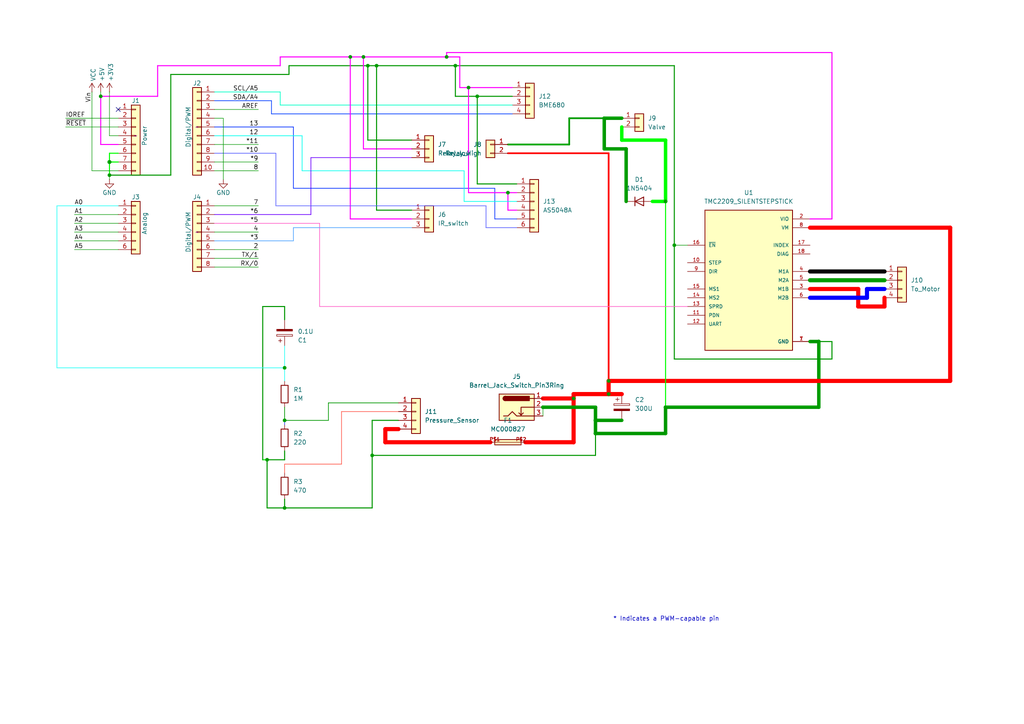
<source format=kicad_sch>
(kicad_sch (version 20250114) (generator "eeschema") (generator_version "9.0")
  (paper "A4")
  (title_block (date "mar. 31 mars 2015"))
  (lib_symbols
    (symbol "Connector:Barrel_Jack_Switch_Pin3Ring" (pin_names (hide yes))
      (property "Reference" "J" (at 0 5.334 0))
      (property "Value" "Barrel_Jack_Switch_Pin3Ring" (at 0 -5.08 0))
      (symbol "Barrel_Jack_Switch_Pin3Ring_0_1"
        (rectangle (start -5.08 3.81) (end 5.08 -3.81) (stroke (width 0.254)) (fill (type background)))
        (polyline (pts (xy -3.81 -2.54) (xy -2.54 -2.54) (xy -1.27 -1.27) (xy 0 -2.54) (xy 2.54 -2.54) (xy 5.08 -2.54)) (stroke (width 0.254)))
        (arc (start -3.302 1.905) (mid -3.9343 2.54) (end -3.302 3.175) (stroke (width 0.254)))
        (arc (start -3.302 1.905) (mid -3.9343 2.54) (end -3.302 3.175) (stroke (width 0.254)) (fill (type outline)))
        (polyline (pts (xy 1.27 -2.286) (xy 1.905 -1.651)) (stroke (width 0.254)))
        (rectangle (start 3.683 3.175) (end -3.302 1.905) (stroke (width 0.254)) (fill (type outline)))
        (polyline (pts (xy 5.08 2.54) (xy 3.81 2.54)) (stroke (width 0.254)))
        (polyline (pts (xy 5.08 0) (xy 1.27 0) (xy 1.27 -2.286) (xy 0.635 -1.651)) (stroke (width 0.254)))
      )
      (symbol "Barrel_Jack_Switch_Pin3Ring_1_1"
        (pin passive line (at 7.62 2.54 180) (length 2.54) (name "~") (number "1"))
        (pin passive line (at 7.62 0 180) (length 2.54) (name "~") (number "2"))
        (pin passive line (at 7.62 -2.54 180) (length 2.54) (name "~") (number "3"))
      )
    )
    (symbol "Connector_Generic:Conn_01x02" (pin_names (offset 1.016) (hide yes))
      (property "Reference" "J" (at 0 2.54 0))
      (property "Value" "Conn_01x02" (at 0 -5.08 0))
      (symbol "Conn_01x02_1_1"
        (rectangle (start -1.27 1.27) (end 1.27 -3.81) (stroke (width 0.254)) (fill (type background)))
        (rectangle (start -1.27 0.127) (end 0 -0.127) (stroke (width 0.1524)))
        (rectangle (start -1.27 -2.413) (end 0 -2.667) (stroke (width 0.1524)))
        (pin passive line (at -5.08 0 0) (length 3.81) (name "Pin_1") (number "1"))
        (pin passive line (at -5.08 -2.54 0) (length 3.81) (name "Pin_2") (number "2"))
      )
    )
    (symbol "Connector_Generic:Conn_01x03" (pin_names (offset 1.016) (hide yes))
      (property "Reference" "J" (at 0 5.08 0))
      (property "Value" "Conn_01x03" (at 0 -5.08 0))
      (symbol "Conn_01x03_1_1"
        (rectangle (start -1.27 3.81) (end 1.27 -3.81) (stroke (width 0.254)) (fill (type background)))
        (rectangle (start -1.27 2.667) (end 0 2.413) (stroke (width 0.1524)))
        (rectangle (start -1.27 0.127) (end 0 -0.127) (stroke (width 0.1524)))
        (rectangle (start -1.27 -2.413) (end 0 -2.667) (stroke (width 0.1524)))
        (pin passive line (at -5.08 2.54 0) (length 3.81) (name "Pin_1") (number "1"))
        (pin passive line (at -5.08 0 0) (length 3.81) (name "Pin_2") (number "2"))
        (pin passive line (at -5.08 -2.54 0) (length 3.81) (name "Pin_3") (number "3"))
      )
    )
    (symbol "Connector_Generic:Conn_01x04" (pin_names (offset 1.016) (hide yes))
      (property "Reference" "J" (at 0 5.08 0))
      (property "Value" "Conn_01x04" (at 0 -7.62 0))
      (symbol "Conn_01x04_1_1"
        (rectangle (start -1.27 3.81) (end 1.27 -6.35) (stroke (width 0.254)) (fill (type background)))
        (rectangle (start -1.27 2.667) (end 0 2.413) (stroke (width 0.1524)))
        (rectangle (start -1.27 0.127) (end 0 -0.127) (stroke (width 0.1524)))
        (rectangle (start -1.27 -2.413) (end 0 -2.667) (stroke (width 0.1524)))
        (rectangle (start -1.27 -4.953) (end 0 -5.207) (stroke (width 0.1524)))
        (pin passive line (at -5.08 2.54 0) (length 3.81) (name "Pin_1") (number "1"))
        (pin passive line (at -5.08 0 0) (length 3.81) (name "Pin_2") (number "2"))
        (pin passive line (at -5.08 -2.54 0) (length 3.81) (name "Pin_3") (number "3"))
        (pin passive line (at -5.08 -5.08 0) (length 3.81) (name "Pin_4") (number "4"))
      )
    )
    (symbol "Connector_Generic:Conn_01x06" (pin_names (offset 1.016) (hide yes))
      (property "Reference" "J" (at 0 7.62 0))
      (property "Value" "Conn_01x06" (at 0 -10.16 0))
      (symbol "Conn_01x06_1_1"
        (rectangle (start -1.27 6.35) (end 1.27 -8.89) (stroke (width 0.254)) (fill (type background)))
        (rectangle (start -1.27 5.207) (end 0 4.953) (stroke (width 0.1524)))
        (rectangle (start -1.27 2.667) (end 0 2.413) (stroke (width 0.1524)))
        (rectangle (start -1.27 0.127) (end 0 -0.127) (stroke (width 0.1524)))
        (rectangle (start -1.27 -2.413) (end 0 -2.667) (stroke (width 0.1524)))
        (rectangle (start -1.27 -4.953) (end 0 -5.207) (stroke (width 0.1524)))
        (rectangle (start -1.27 -7.493) (end 0 -7.747) (stroke (width 0.1524)))
        (pin passive line (at -5.08 5.08 0) (length 3.81) (name "Pin_1") (number "1"))
        (pin passive line (at -5.08 2.54 0) (length 3.81) (name "Pin_2") (number "2"))
        (pin passive line (at -5.08 0 0) (length 3.81) (name "Pin_3") (number "3"))
        (pin passive line (at -5.08 -2.54 0) (length 3.81) (name "Pin_4") (number "4"))
        (pin passive line (at -5.08 -5.08 0) (length 3.81) (name "Pin_5") (number "5"))
        (pin passive line (at -5.08 -7.62 0) (length 3.81) (name "Pin_6") (number "6"))
      )
    )
    (symbol "Connector_Generic:Conn_01x08" (pin_names (offset 1.016) (hide yes))
      (property "Reference" "J" (at 0 10.16 0))
      (property "Value" "Conn_01x08" (at 0 -12.7 0))
      (symbol "Conn_01x08_1_1"
        (rectangle (start -1.27 8.89) (end 1.27 -11.43) (stroke (width 0.254)) (fill (type background)))
        (rectangle (start -1.27 7.747) (end 0 7.493) (stroke (width 0.1524)))
        (rectangle (start -1.27 5.207) (end 0 4.953) (stroke (width 0.1524)))
        (rectangle (start -1.27 2.667) (end 0 2.413) (stroke (width 0.1524)))
        (rectangle (start -1.27 0.127) (end 0 -0.127) (stroke (width 0.1524)))
        (rectangle (start -1.27 -2.413) (end 0 -2.667) (stroke (width 0.1524)))
        (rectangle (start -1.27 -4.953) (end 0 -5.207) (stroke (width 0.1524)))
        (rectangle (start -1.27 -7.493) (end 0 -7.747) (stroke (width 0.1524)))
        (rectangle (start -1.27 -10.033) (end 0 -10.287) (stroke (width 0.1524)))
        (pin passive line (at -5.08 7.62 0) (length 3.81) (name "Pin_1") (number "1"))
        (pin passive line (at -5.08 5.08 0) (length 3.81) (name "Pin_2") (number "2"))
        (pin passive line (at -5.08 2.54 0) (length 3.81) (name "Pin_3") (number "3"))
        (pin passive line (at -5.08 0 0) (length 3.81) (name "Pin_4") (number "4"))
        (pin passive line (at -5.08 -2.54 0) (length 3.81) (name "Pin_5") (number "5"))
        (pin passive line (at -5.08 -5.08 0) (length 3.81) (name "Pin_6") (number "6"))
        (pin passive line (at -5.08 -7.62 0) (length 3.81) (name "Pin_7") (number "7"))
        (pin passive line (at -5.08 -10.16 0) (length 3.81) (name "Pin_8") (number "8"))
      )
    )
    (symbol "Connector_Generic:Conn_01x10" (pin_names (offset 1.016) (hide yes))
      (property "Reference" "J" (at 0 12.7 0))
      (property "Value" "Conn_01x10" (at 0 -15.24 0))
      (symbol "Conn_01x10_1_1"
        (rectangle (start -1.27 11.43) (end 1.27 -13.97) (stroke (width 0.254)) (fill (type background)))
        (rectangle (start -1.27 10.287) (end 0 10.033) (stroke (width 0.1524)))
        (rectangle (start -1.27 7.747) (end 0 7.493) (stroke (width 0.1524)))
        (rectangle (start -1.27 5.207) (end 0 4.953) (stroke (width 0.1524)))
        (rectangle (start -1.27 2.667) (end 0 2.413) (stroke (width 0.1524)))
        (rectangle (start -1.27 0.127) (end 0 -0.127) (stroke (width 0.1524)))
        (rectangle (start -1.27 -2.413) (end 0 -2.667) (stroke (width 0.1524)))
        (rectangle (start -1.27 -4.953) (end 0 -5.207) (stroke (width 0.1524)))
        (rectangle (start -1.27 -7.493) (end 0 -7.747) (stroke (width 0.1524)))
        (rectangle (start -1.27 -10.033) (end 0 -10.287) (stroke (width 0.1524)))
        (rectangle (start -1.27 -12.573) (end 0 -12.827) (stroke (width 0.1524)))
        (pin passive line (at -5.08 10.16 0) (length 3.81) (name "Pin_1") (number "1"))
        (pin passive line (at -5.08 7.62 0) (length 3.81) (name "Pin_2") (number "2"))
        (pin passive line (at -5.08 5.08 0) (length 3.81) (name "Pin_3") (number "3"))
        (pin passive line (at -5.08 2.54 0) (length 3.81) (name "Pin_4") (number "4"))
        (pin passive line (at -5.08 0 0) (length 3.81) (name "Pin_5") (number "5"))
        (pin passive line (at -5.08 -2.54 0) (length 3.81) (name "Pin_6") (number "6"))
        (pin passive line (at -5.08 -5.08 0) (length 3.81) (name "Pin_7") (number "7"))
        (pin passive line (at -5.08 -7.62 0) (length 3.81) (name "Pin_8") (number "8"))
        (pin passive line (at -5.08 -10.16 0) (length 3.81) (name "Pin_9") (number "9"))
        (pin passive line (at -5.08 -12.7 0) (length 3.81) (name "Pin_10") (number "10"))
      )
    )
    (symbol "Device:C_Polarized" (pin_numbers (hide yes)) (pin_names (offset 0.254))
      (property "Reference" "C" (at 0.635 2.54 0))
      (property "Value" "C_Polarized" (at 0.635 -2.54 0))
      (symbol "C_Polarized_0_1"
        (rectangle (start -2.286 0.508) (end 2.286 1.016))
        (polyline (pts (xy -1.778 2.286) (xy -0.762 2.286)))
        (polyline (pts (xy -1.27 2.794) (xy -1.27 1.778)))
        (rectangle (start 2.286 -0.508) (end -2.286 -1.016) (fill (type outline)))
      )
      (symbol "C_Polarized_1_1"
        (pin passive line (at 0 3.81 270) (length 2.794) (name "~") (number "1"))
        (pin passive line (at 0 -3.81 90) (length 2.794) (name "~") (number "2"))
      )
    )
    (symbol "Device:R" (pin_numbers (hide yes)) (pin_names (offset 0))
      (property "Reference" "R" (at 2.032 0 90))
      (property "Value" "R" (at 0 0 90))
      (symbol "R_0_1"
        (rectangle (start -1.016 -2.54) (end 1.016 2.54) (stroke (width 0.254)))
      )
      (symbol "R_1_1"
        (pin passive line (at 0 3.81 270) (length 1.27) (name "~") (number "1"))
        (pin passive line (at 0 -3.81 90) (length 1.27) (name "~") (number "2"))
      )
    )
    (symbol "Diode:1N5404" (pin_numbers (hide yes)) (pin_names (hide yes))
      (property "Reference" "D" (at 0 2.54 0))
      (property "Value" "1N5404" (at 0 -2.54 0))
      (symbol "1N5404_0_1"
        (polyline (pts (xy -1.27 1.27) (xy -1.27 -1.27)) (stroke (width 0.254)))
        (polyline (pts (xy 1.27 1.27) (xy 1.27 -1.27) (xy -1.27 0) (xy 1.27 1.27)) (stroke (width 0.254)))
        (polyline (pts (xy 1.27 0) (xy -1.27 0)))
      )
      (symbol "1N5404_1_1"
        (pin passive line (at -3.81 0 0) (length 2.54) (name "K") (number "1"))
        (pin passive line (at 3.81 0 180) (length 2.54) (name "A") (number "2"))
      )
    )
    (symbol "MC000827:MC000827" (pin_names (offset 1.016))
      (property "Reference" "F" (at -3.81 1.397 0))
      (property "Value" "MC000827" (at -3.81 -2.921 0))
      (symbol "MC000827_0_0"
        (rectangle (start -3.81 -0.762) (end 3.81 0.762) (stroke (width 0.254)) (fill (type background)))
        (polyline (pts (xy -2.54 0) (xy 2.54 0)) (stroke (width 0.1524)))
        (pin passive line (at -5.08 0 0) (length 2.54) (name "~") (number "P$1"))
        (pin passive line (at 5.08 0 180) (length 2.54) (name "~") (number "P$2"))
      )
    )
    (symbol "TMC2209_SILENTSTEPSTICK:TMC2209_SILENTSTEPSTICK" (pin_names (offset 1.016))
      (property "Reference" "U" (at -12.7 22.86 0))
      (property "Value" "TMC2209_SILENTSTEPSTICK" (at -12.7 -22.86 0))
      (symbol "TMC2209_SILENTSTEPSTICK_0_0"
        (rectangle (start -12.7 -20.32) (end 12.7 20.32) (stroke (width 0.254)) (fill (type background)))
        (pin input line (at -17.78 10.16 0) (length 5.08) (name "~{EN}") (number "16"))
        (pin input line (at -17.78 5.08 0) (length 5.08) (name "STEP") (number "10"))
        (pin input line (at -17.78 2.54 0) (length 5.08) (name "DIR") (number "9"))
        (pin input line (at -17.78 -2.54 0) (length 5.08) (name "MS1") (number "15"))
        (pin input line (at -17.78 -5.08 0) (length 5.08) (name "MS2") (number "14"))
        (pin input line (at -17.78 -7.62 0) (length 5.08) (name "SPRD") (number "13"))
        (pin bidirectional line (at -17.78 -10.16 0) (length 5.08) (name "PDN") (number "11"))
        (pin bidirectional line (at -17.78 -12.7 0) (length 5.08) (name "UART") (number "12"))
        (pin power_in line (at 17.78 17.78 180) (length 5.08) (name "VIO") (number "2"))
        (pin power_in line (at 17.78 15.24 180) (length 5.08) (name "VM") (number "8"))
        (pin output line (at 17.78 10.16 180) (length 5.08) (name "INDEX") (number "17"))
        (pin output line (at 17.78 7.62 180) (length 5.08) (name "DIAG") (number "18"))
        (pin output line (at 17.78 2.54 180) (length 5.08) (name "M1A") (number "4"))
        (pin output line (at 17.78 0 180) (length 5.08) (name "M2A") (number "5"))
        (pin output line (at 17.78 -2.54 180) (length 5.08) (name "M1B") (number "3"))
        (pin output line (at 17.78 -5.08 180) (length 5.08) (name "M2B") (number "6"))
        (pin power_in line (at 17.78 -17.78 180) (length 5.08) (name "GND") (number "1"))
        (pin power_in line (at 17.78 -17.78 180) (length 5.08) (name "GND") (number "7"))
      )
    )
    (symbol "power:+3V3" (power) (pin_numbers (hide yes)) (pin_names (offset 0) (hide yes))
      (property "Value" "+3V3" (at 0 3.556 0))
      (symbol "+3V3_0_1"
        (polyline (pts (xy -0.762 1.27) (xy 0 2.54)))
        (polyline (pts (xy 0 2.54) (xy 0.762 1.27)))
        (polyline (pts (xy 0 0) (xy 0 2.54)))
      )
      (symbol "+3V3_1_1"
        (pin power_in line (at 0 0 90) (length 0) (name "~") (number "1"))
      )
    )
    (symbol "power:+5V" (power) (pin_numbers (hide yes)) (pin_names (offset 0) (hide yes))
      (property "Value" "+5V" (at 0 3.556 0))
      (symbol "+5V_0_1"
        (polyline (pts (xy -0.762 1.27) (xy 0 2.54)))
        (polyline (pts (xy 0 2.54) (xy 0.762 1.27)))
        (polyline (pts (xy 0 0) (xy 0 2.54)))
      )
      (symbol "+5V_1_1"
        (pin power_in line (at 0 0 90) (length 0) (name "~") (number "1"))
      )
    )
    (symbol "power:GND" (power) (pin_numbers (hide yes)) (pin_names (offset 0) (hide yes))
      (property "Value" "GND" (at 0 -3.81 0))
      (symbol "GND_0_1"
        (polyline (pts (xy 0 0) (xy 0 -1.27) (xy 1.27 -1.27) (xy 0 -2.54) (xy -1.27 -1.27) (xy 0 -1.27)))
      )
      (symbol "GND_1_1"
        (pin power_in line (at 0 0 270) (length 0) (name "~") (number "1"))
      )
    )
    (symbol "power:VCC" (power) (pin_numbers (hide yes)) (pin_names (offset 0) (hide yes))
      (property "Value" "VCC" (at 0 3.556 0))
      (symbol "VCC_0_1"
        (polyline (pts (xy -0.762 1.27) (xy 0 2.54)))
        (polyline (pts (xy 0 2.54) (xy 0.762 1.27)))
        (polyline (pts (xy 0 0) (xy 0 2.54)))
      )
      (symbol "VCC_1_1"
        (pin power_in line (at 0 0 90) (length 0) (name "~") (number "1"))
      )
    )
  )
  (text "* Indicates a PWM-capable pin" (at 177.8 180.34 0) (effects (font (size 1.27 1.27)) (justify left bottom)))
  (junction (at 176.53 110.49))
  (junction (at 157.48 118.11))
  (junction (at 147.32 55.88))
  (junction (at 129.54 16.51))
  (junction (at 101.6 16.51))
  (junction (at 172.72 125.73))
  (junction (at 82.55 106.68))
  (junction (at 109.22 19.05))
  (junction (at 237.49 99.06))
  (junction (at 82.55 147.32))
  (junction (at 31.75 46.99) (diameter 1.016))
  (junction (at 193.04 118.11))
  (junction (at 195.58 71.12))
  (junction (at 77.47 133.35))
  (junction (at 82.55 121.92))
  (junction (at 135.89 25.4))
  (junction (at 31.75 50.8))
  (junction (at 166.37 115.57))
  (junction (at 29.21 27.94))
  (junction (at 175.26 34.29))
  (junction (at 193.04 58.42))
  (junction (at 176.53 114.3))
  (junction (at 138.43 27.94))
  (junction (at 106.68 19.05))
  (junction (at 132.08 19.05))
  (junction (at 105.41 16.51))
  (junction (at 107.95 132.08))
  (junction (at 172.72 121.92))
  (no_connect (at 34.29 31.75))
  (wire (pts (xy 62.23 77.47) (xy 74.93 77.47)))
  (wire (pts (xy 49.53 21.59) (xy 83.82 21.59)) (stroke (width 0.3)))
  (wire (pts (xy 148.59 33.02) (xy 78.74 33.02)) (stroke (width 0.2) (color 0 61 255 1)))
  (wire (pts (xy 62.23 44.45) (xy 80.01 44.45)) (stroke (width 0.2) (color 92 99 255 1)))
  (wire (pts (xy 129.54 16.51) (xy 133.35 16.51)) (stroke (width 0.3) (color 255 0 255 1)))
  (wire (pts (xy 62.23 26.67) (xy 81.28 26.67)) (stroke (width 0.2) (color 0 255 199 1)))
  (wire (pts (xy 181.61 43.18) (xy 175.26 43.18)) (stroke (width 1)))
  (wire (pts (xy 138.43 53.34) (xy 138.43 27.94)) (stroke (width 0.3)))
  (wire (pts (xy 157.48 118.11) (xy 172.72 118.11)) (stroke (width 1)))
  (wire (pts (xy 81.28 16.51) (xy 101.6 16.51)) (stroke (width 0.3) (color 255 0 255 1)))
  (wire (pts (xy 149.86 53.34) (xy 138.43 53.34)) (stroke (width 0.3)))
  (wire (pts (xy 109.22 19.05) (xy 109.22 60.96)) (stroke (width 0.3)))
  (wire (pts (xy 193.04 40.64) (xy 193.04 58.42)) (stroke (width 1) (color 0 255 0 1)))
  (wire (pts (xy 31.75 44.45) (xy 31.75 46.99)) (stroke (width 0.3) (color 0 255 0 1)))
  (wire (pts (xy 107.95 147.32) (xy 107.95 132.08)) (stroke (width 0.3)))
  (wire (pts (xy 21.59 72.39) (xy 34.29 72.39)))
  (wire (pts (xy 148.59 27.94) (xy 138.43 27.94)) (stroke (width 0.3)))
  (wire (pts (xy 134.62 49.53) (xy 87.63 49.53)) (stroke (width 0.2) (color 0 255 238 1)))
  (wire (pts (xy 149.86 66.04) (xy 140.97 66.04)) (stroke (width 0.2) (color 92 99 255 1)))
  (wire (pts (xy 148.59 30.48) (xy 81.28 30.48)) (stroke (width 0.2) (color 0 255 199 1)))
  (wire (pts (xy 81.28 16.51) (xy 81.28 19.05)) (stroke (width 0.3) (color 255 0 255 1)))
  (wire (pts (xy 133.35 16.51) (xy 133.35 25.4)) (stroke (width 0.3) (color 255 0 255 1)))
  (wire (pts (xy 195.58 104.14) (xy 195.58 71.12)) (stroke (width 0.3)))
  (wire (pts (xy 111.76 128.27) (xy 142.24 128.27)) (stroke (width 1.2) (color 255 0 0 1)))
  (wire (pts (xy 149.86 60.96) (xy 147.32 60.96)) (stroke (width 0.3) (color 255 0 255 1)))
  (wire (pts (xy 166.37 115.57) (xy 157.48 115.57)) (stroke (width 1.2) (color 255 0 0 1)))
  (wire (pts (xy 31.75 46.99) (xy 31.75 50.8)) (stroke (width 0.3) (color 0 255 0 1)))
  (wire (pts (xy 195.58 19.05) (xy 132.08 19.05)) (stroke (width 0.3)))
  (wire (pts (xy 31.75 39.37) (xy 34.29 39.37)))
  (wire (pts (xy 237.49 118.11) (xy 193.04 118.11)) (stroke (width 1)))
  (wire (pts (xy 181.61 58.42) (xy 181.61 43.18)) (stroke (width 1)))
  (wire (pts (xy 29.21 41.91) (xy 34.29 41.91)) (stroke (width 0.3) (color 255 0 255 1)))
  (wire (pts (xy 152.4 128.27) (xy 166.37 128.27)) (stroke (width 1.2) (color 255 0 0 1)))
  (wire (pts (xy 82.55 130.81) (xy 82.55 133.35)) (stroke (width 0.3)))
  (wire (pts (xy 248.92 83.82) (xy 248.92 88.9)) (stroke (width 1.2) (color 255 0 0 1)))
  (wire (pts (xy 241.3 99.06) (xy 241.3 104.14)) (stroke (width 0.3)))
  (wire (pts (xy 29.21 26.67) (xy 29.21 27.94)))
  (wire (pts (xy 132.08 27.94) (xy 132.08 19.05)) (stroke (width 0.3)))
  (wire (pts (xy 256.54 88.9) (xy 256.54 86.36)) (stroke (width 1.2) (color 255 0 0 1)))
  (wire (pts (xy 176.53 110.49) (xy 176.53 114.3)) (stroke (width 1.2) (color 255 0 0 1)))
  (wire (pts (xy 62.23 36.83) (xy 85.09 36.83)) (stroke (width 0.2) (color 0 45 255 1)))
  (wire (pts (xy 31.75 26.67) (xy 31.75 39.37)))
  (wire (pts (xy 62.23 59.69) (xy 74.93 59.69)))
  (wire (pts (xy 106.68 19.05) (xy 106.68 40.64)) (stroke (width 0.3)))
  (wire (pts (xy 119.38 63.5) (xy 101.6 63.5)) (stroke (width 0.3) (color 255 0 255 1)))
  (wire (pts (xy 76.2 88.9) (xy 76.2 133.35)) (stroke (width 0.3)))
  (wire (pts (xy 82.55 121.92) (xy 95.25 121.92)) (stroke (width 0.2)))
  (wire (pts (xy 62.23 39.37) (xy 87.63 39.37)) (stroke (width 0.2) (color 0 255 238 1)))
  (wire (pts (xy 107.95 132.08) (xy 172.72 132.08)) (stroke (width 0.3)))
  (wire (pts (xy 45.72 27.94) (xy 45.72 19.05)) (stroke (width 0.3) (color 255 0 255 1)))
  (wire (pts (xy 62.23 62.23) (xy 90.17 62.23)) (stroke (width 0.2) (color 107 0 255 1)))
  (wire (pts (xy 234.95 81.28) (xy 256.54 81.28)) (stroke (width 1.2)))
  (wire (pts (xy 143.51 54.61) (xy 85.09 54.61)) (stroke (width 0.2) (color 0 45 255 1)))
  (wire (pts (xy 82.55 92.71) (xy 82.55 88.9)) (stroke (width 0.3)))
  (wire (pts (xy 241.3 63.5) (xy 241.3 15.24)) (stroke (width 0.3) (color 255 0 255 1)))
  (wire (pts (xy 147.32 44.45) (xy 176.53 44.45)) (stroke (width 0.5) (color 255 0 0 1)))
  (wire (pts (xy 175.26 43.18) (xy 175.26 34.29)) (stroke (width 1)))
  (wire (pts (xy 149.86 58.42) (xy 134.62 58.42)) (stroke (width 0.2) (color 0 255 238 1)))
  (wire (pts (xy 147.32 55.88) (xy 135.89 55.88)) (stroke (width 0.3) (color 255 0 255 1)))
  (wire (pts (xy 82.55 110.49) (xy 82.55 106.68)) (stroke (width 0.2) (color 44 255 247 1)))
  (wire (pts (xy 78.74 33.02) (xy 78.74 29.21)) (stroke (width 0.2) (color 0 61 255 1)))
  (wire (pts (xy 83.82 19.05) (xy 106.68 19.05)) (stroke (width 0.3)))
  (wire (pts (xy 176.53 44.45) (xy 176.53 110.49)) (stroke (width 0.5) (color 255 0 0 1)))
  (wire (pts (xy 138.43 27.94) (xy 132.08 27.94)) (stroke (width 0.3)))
  (wire (pts (xy 92.71 88.9) (xy 199.39 88.9)) (stroke (width 0.2) (color 255 101 202 1)))
  (wire (pts (xy 195.58 71.12) (xy 195.58 19.05)) (stroke (width 0.3)))
  (wire (pts (xy 157.48 118.11) (xy 157.48 120.65)))
  (wire (pts (xy 49.53 50.8) (xy 49.53 21.59)) (stroke (width 0.3)))
  (wire (pts (xy 180.34 36.83) (xy 180.34 40.64)) (stroke (width 1) (color 0 255 0 1)))
  (wire (pts (xy 195.58 71.12) (xy 199.39 71.12)))
  (wire (pts (xy 62.23 46.99) (xy 74.93 46.99)))
  (wire (pts (xy 148.59 25.4) (xy 135.89 25.4)) (stroke (width 0.3) (color 255 0 255 1)))
  (wire (pts (xy 62.23 67.31) (xy 74.93 67.31)))
  (wire (pts (xy 248.92 88.9) (xy 256.54 88.9)) (stroke (width 1.2) (color 255 0 0 1)))
  (wire (pts (xy 111.76 124.46) (xy 111.76 128.27)) (stroke (width 1.2) (color 255 0 0 1)))
  (wire (pts (xy 82.55 123.19) (xy 82.55 121.92)) (stroke (width 0.2) (color 58 78 255 1)))
  (wire (pts (xy 19.05 34.29) (xy 34.29 34.29)))
  (wire (pts (xy 119.38 60.96) (xy 109.22 60.96)) (stroke (width 0.3)))
  (wire (pts (xy 45.72 19.05) (xy 81.28 19.05)) (stroke (width 0.3) (color 255 0 255 1)))
  (wire (pts (xy 119.38 66.04) (xy 85.09 66.04)) (stroke (width 0.2) (color 82 165 255 1)))
  (wire (pts (xy 16.51 59.69) (xy 16.51 106.68)) (stroke (width 0.2) (color 44 255 247 1)))
  (wire (pts (xy 165.1 41.91) (xy 147.32 41.91)) (stroke (width 0.5)))
  (wire (pts (xy 149.86 63.5) (xy 143.51 63.5)) (stroke (width 0.2) (color 0 45 255 1)))
  (wire (pts (xy 85.09 54.61) (xy 85.09 36.83)) (stroke (width 0.2) (color 0 45 255 1)))
  (wire (pts (xy 115.57 124.46) (xy 111.76 124.46)) (stroke (width 1.2) (color 255 0 0 1)))
  (wire (pts (xy 234.95 78.74) (xy 256.54 78.74)) (stroke (width 1.2) (color 0 0 0 1)))
  (wire (pts (xy 64.77 34.29) (xy 64.77 52.07)))
  (wire (pts (xy 234.95 83.82) (xy 248.92 83.82)) (stroke (width 1.2) (color 255 0 0 1)))
  (wire (pts (xy 82.55 147.32) (xy 107.95 147.32)) (stroke (width 0.3)))
  (wire (pts (xy 87.63 49.53) (xy 87.63 39.37)) (stroke (width 0.2) (color 0 255 238 1)))
  (wire (pts (xy 172.72 132.08) (xy 172.72 125.73)) (stroke (width 0.3)))
  (wire (pts (xy 85.09 66.04) (xy 85.09 69.85)) (stroke (width 0.2) (color 82 165 255 1)))
  (wire (pts (xy 129.54 15.24) (xy 129.54 16.51)) (stroke (width 0.3) (color 255 0 255 1)))
  (wire (pts (xy 134.62 58.42) (xy 134.62 49.53)) (stroke (width 0.2) (color 0 255 238 1)))
  (wire (pts (xy 119.38 45.72) (xy 90.17 45.72)) (stroke (width 0.2) (color 107 0 255 1)))
  (wire (pts (xy 76.2 133.35) (xy 77.47 133.35)) (stroke (width 0.3) (color 0 255 0 1)))
  (wire (pts (xy 62.23 31.75) (xy 74.93 31.75)))
  (wire (pts (xy 237.49 99.06) (xy 237.49 118.11)) (stroke (width 1)))
  (wire (pts (xy 101.6 16.51) (xy 101.6 63.5)) (stroke (width 0.3) (color 255 0 255 1)))
  (wire (pts (xy 234.95 66.04) (xy 275.59 66.04)) (stroke (width 1.2) (color 255 0 0 1)))
  (wire (pts (xy 176.53 110.49) (xy 275.59 110.49)) (stroke (width 1.2) (color 255 0 0 1)))
  (wire (pts (xy 34.29 64.77) (xy 21.59 64.77)))
  (wire (pts (xy 251.46 83.82) (xy 251.46 86.36)) (stroke (width 1.2) (color 0 0 255 1)))
  (wire (pts (xy 19.05 36.83) (xy 34.29 36.83)))
  (wire (pts (xy 172.72 121.92) (xy 172.72 118.11)) (stroke (width 1)))
  (wire (pts (xy 176.53 114.3) (xy 166.37 114.3)) (stroke (width 1.2) (color 255 0 0 1)))
  (wire (pts (xy 34.29 46.99) (xy 31.75 46.99)) (stroke (width 0.3) (color 0 255 0 1)))
  (wire (pts (xy 31.75 50.8) (xy 31.75 52.07)))
  (wire (pts (xy 95.25 116.84) (xy 115.57 116.84)) (stroke (width 0.2)))
  (wire (pts (xy 166.37 114.3) (xy 166.37 115.57)) (stroke (width 1.2) (color 255 0 0 1)))
  (wire (pts (xy 109.22 19.05) (xy 132.08 19.05)) (stroke (width 0.3)))
  (wire (pts (xy 106.68 19.05) (xy 109.22 19.05)) (stroke (width 0.3)))
  (wire (pts (xy 172.72 121.92) (xy 180.34 121.92)) (stroke (width 1)))
  (wire (pts (xy 105.41 16.51) (xy 105.41 43.18)) (stroke (width 0.3) (color 255 0 255 1)))
  (wire (pts (xy 193.04 125.73) (xy 172.72 125.73)) (stroke (width 1)))
  (wire (pts (xy 193.04 118.11) (xy 193.04 125.73)) (stroke (width 1)))
  (wire (pts (xy 34.29 49.53) (xy 26.67 49.53)))
  (wire (pts (xy 172.72 125.73) (xy 172.72 121.92)) (stroke (width 1)))
  (wire (pts (xy 82.55 144.78) (xy 82.55 147.32)) (stroke (width 0.3)))
  (wire (pts (xy 21.59 62.23) (xy 34.29 62.23)))
  (wire (pts (xy 119.38 43.18) (xy 105.41 43.18)) (stroke (width 0.3) (color 255 0 255 1)))
  (wire (pts (xy 166.37 128.27) (xy 166.37 115.57)) (stroke (width 1.2) (color 255 0 0 1)))
  (wire (pts (xy 29.21 27.94) (xy 45.72 27.94)) (stroke (width 0.3) (color 255 0 255 1)))
  (wire (pts (xy 80.01 59.69) (xy 140.97 59.69)) (stroke (width 0.2) (color 92 99 255 1)))
  (wire (pts (xy 105.41 16.51) (xy 101.6 16.51)) (stroke (width 0.3) (color 255 0 255 1)))
  (wire (pts (xy 107.95 121.92) (xy 107.95 132.08)) (stroke (width 0.3)))
  (wire (pts (xy 16.51 106.68) (xy 82.55 106.68)) (stroke (width 0.2) (color 44 255 247 1)))
  (wire (pts (xy 149.86 55.88) (xy 147.32 55.88)) (stroke (width 0.3) (color 255 0 255 1)))
  (wire (pts (xy 237.49 99.06) (xy 241.3 99.06)) (stroke (width 0.3)))
  (wire (pts (xy 180.34 40.64) (xy 193.04 40.64)) (stroke (width 1) (color 0 255 0 1)))
  (wire (pts (xy 62.23 34.29) (xy 64.77 34.29)))
  (wire (pts (xy 135.89 55.88) (xy 135.89 25.4)) (stroke (width 0.3) (color 255 0 255 1)))
  (wire (pts (xy 256.54 83.82) (xy 251.46 83.82)) (stroke (width 1.2) (color 0 0 255 1)))
  (wire (pts (xy 16.51 59.69) (xy 34.29 59.69)) (stroke (width 0.2) (color 44 255 247 1)))
  (wire (pts (xy 34.29 44.45) (xy 31.75 44.45)) (stroke (width 0.3) (color 0 255 0 1)))
  (wire (pts (xy 241.3 15.24) (xy 129.54 15.24)) (stroke (width 0.3) (color 255 0 255 1)))
  (wire (pts (xy 62.23 41.91) (xy 74.93 41.91)))
  (wire (pts (xy 82.55 133.35) (xy 77.47 133.35)) (stroke (width 0.3)))
  (wire (pts (xy 275.59 66.04) (xy 275.59 110.49)) (stroke (width 1.2) (color 255 0 0 1)))
  (wire (pts (xy 83.82 19.05) (xy 83.82 21.59)) (stroke (width 0.3)))
  (wire (pts (xy 77.47 133.35) (xy 77.47 147.32)) (stroke (width 0.3)))
  (wire (pts (xy 99.06 119.38) (xy 115.57 119.38)) (stroke (width 0.2) (color 255 94 81 1)))
  (wire (pts (xy 147.32 60.96) (xy 147.32 55.88)) (stroke (width 0.3) (color 255 0 255 1)))
  (wire (pts (xy 143.51 63.5) (xy 143.51 54.61)) (stroke (width 0.2) (color 0 45 255 1)))
  (wire (pts (xy 62.23 64.77) (xy 92.71 64.77)) (stroke (width 0.2) (color 255 101 202 1)))
  (wire (pts (xy 90.17 45.72) (xy 90.17 62.23)) (stroke (width 0.2) (color 107 0 255 1)))
  (wire (pts (xy 21.59 67.31) (xy 34.29 67.31)))
  (wire (pts (xy 82.55 88.9) (xy 76.2 88.9)) (stroke (width 0.3)))
  (wire (pts (xy 180.34 114.3) (xy 176.53 114.3)) (stroke (width 1.2) (color 255 0 0 1)))
  (wire (pts (xy 135.89 25.4) (xy 133.35 25.4)) (stroke (width 0.3) (color 255 0 255 1)))
  (wire (pts (xy 165.1 34.29) (xy 165.1 41.91)) (stroke (width 0.5)))
  (wire (pts (xy 99.06 134.62) (xy 99.06 119.38)) (stroke (width 0.2) (color 255 94 81 1)))
  (wire (pts (xy 189.23 58.42) (xy 193.04 58.42)) (stroke (width 1) (color 0 255 0 1)))
  (wire (pts (xy 140.97 66.04) (xy 140.97 59.69)) (stroke (width 0.2) (color 92 99 255 1)))
  (wire (pts (xy 180.34 34.29) (xy 175.26 34.29)) (stroke (width 1)))
  (wire (pts (xy 82.55 134.62) (xy 99.06 134.62)) (stroke (width 0.2) (color 255 94 81 1)))
  (wire (pts (xy 92.71 88.9) (xy 92.71 64.77)) (stroke (width 0.2) (color 255 101 202 1)))
  (wire (pts (xy 105.41 16.51) (xy 129.54 16.51)) (stroke (width 0.3) (color 255 0 255 1)))
  (wire (pts (xy 62.23 29.21) (xy 78.74 29.21)) (stroke (width 0.2) (color 0 61 255 1)))
  (wire (pts (xy 62.23 72.39) (xy 74.93 72.39)))
  (wire (pts (xy 175.26 34.29) (xy 165.1 34.29)) (stroke (width 0.5)))
  (wire (pts (xy 62.23 69.85) (xy 85.09 69.85)) (stroke (width 0.2) (color 82 165 255 1)))
  (wire (pts (xy 95.25 121.92) (xy 95.25 116.84)) (stroke (width 0.2)))
  (wire (pts (xy 234.95 99.06) (xy 237.49 99.06)) (stroke (width 1)))
  (wire (pts (xy 80.01 59.69) (xy 80.01 44.45)) (stroke (width 0.2) (color 92 99 255 1)))
  (wire (pts (xy 29.21 27.94) (xy 29.21 41.91)) (stroke (width 0.3) (color 255 0 255 1)))
  (wire (pts (xy 77.47 147.32) (xy 82.55 147.32)) (stroke (width 0.3)))
  (wire (pts (xy 82.55 118.11) (xy 82.55 121.92)) (stroke (width 0.2)))
  (wire (pts (xy 195.58 104.14) (xy 241.3 104.14)) (stroke (width 0.3)))
  (wire (pts (xy 234.95 63.5) (xy 241.3 63.5)) (stroke (width 0.3) (color 255 0 255 1)))
  (wire (pts (xy 234.95 86.36) (xy 251.46 86.36)) (stroke (width 1.2) (color 0 0 255 1)))
  (wire (pts (xy 115.57 121.92) (xy 107.95 121.92)) (stroke (width 0.3)))
  (wire (pts (xy 119.38 40.64) (xy 106.68 40.64)) (stroke (width 0.3)))
  (wire (pts (xy 82.55 137.16) (xy 82.55 134.62)) (stroke (width 0.2) (color 255 94 81 1)))
  (wire (pts (xy 62.23 74.93) (xy 74.93 74.93)))
  (wire (pts (xy 26.67 49.53) (xy 26.67 26.67)))
  (wire (pts (xy 82.55 100.33) (xy 82.55 106.68)) (stroke (width 0.2) (color 44 255 247 1)))
  (wire (pts (xy 34.29 69.85) (xy 21.59 69.85)))
  (wire (pts (xy 193.04 58.42) (xy 193.04 118.11)) (stroke (width 0.3) (color 2 255 2 1)))
  (wire (pts (xy 62.23 49.53) (xy 74.93 49.53)))
  (wire (pts (xy 81.28 30.48) (xy 81.28 26.67)) (stroke (width 0.2) (color 0 255 199 1)))
  (wire (pts (xy 31.75 50.8) (xy 49.53 50.8)) (stroke (width 0.3)))
  (label "RX{slash}0" (at 74.93 77.47 180))
  (label "A2" (at 21.59 64.77 0))
  (label "4" (at 74.93 67.31 180))
  (label "2" (at 74.93 72.39 180))
  (label "A3" (at 21.59 67.31 0))
  (label "13" (at 74.93 36.83 180))
  (label "12" (at 74.93 39.37 180))
  (label "~{RESET}" (at 19.05 36.83 0))
  (label "*10" (at 74.93 44.45 180))
  (label "7" (at 74.93 59.69 180))
  (label "SDA{slash}A4" (at 74.93 29.21 180))
  (label "8" (at 74.93 49.53 180))
  (label "*11" (at 74.93 41.91 180))
  (label "*3" (at 74.93 69.85 180))
  (label "A1" (at 21.59 62.23 0))
  (label "TX{slash}1" (at 74.93 74.93 180))
  (label "A0" (at 21.59 59.69 0))
  (label "AREF" (at 74.93 31.75 180))
  (label "Vin" (at 26.67 26.67 270))
  (label "*6" (at 74.93 62.23 180))
  (label "SCL{slash}A5" (at 74.93 26.67 180))
  (label "*9" (at 74.93 46.99 180))
  (label "*5" (at 74.93 64.77 180))
  (label "IOREF" (at 19.05 34.29 0))
  (label "A4" (at 21.59 69.85 0))
  (label "A5" (at 21.59 72.39 0))
  (symbol (lib_id "Connector_Generic:Conn_01x08") (at 39.37 39.37 0) (unit 1)
    (property "Reference" "J1" (at 39.37 29.21 0))
    (property "Value" "Power" (at 41.91 39.37 90))
    (property "Footprint" "Connector_PinHeader_2.54mm:PinHeader_1x08_P2.54mm_Vertical" (effects (hide yes)))
    (property "Datasheet" "~" (at 39.37 39.37 0))
    (property "Description" "Generic connector, single row, 01x08, script generated (kicad-library-utils/schlib/autogen/connector/)" (effects (hide yes)))
  )
  (symbol (lib_id "power:+3V3") (at 31.75 26.67 0) (unit 1)
    (property "Reference" "#PWR03" (effects (hide yes)))
    (property "Value" "+3V3" (at 32.131 23.622 90) (effects (justify left)))
    (property "Description" "Power symbol creates a global label with name \"+3V3\"" (effects (hide yes)))
  )
  (symbol (lib_id "power:+5V") (at 29.21 26.67 0) (unit 1)
    (property "Reference" "#PWR02" (effects (hide yes)))
    (property "Value" "+5V" (at 29.5656 23.622 90) (effects (justify left)))
    (property "Description" "Power symbol creates a global label with name \"+5V\"" (effects (hide yes)))
  )
  (symbol (lib_id "power:GND") (at 31.75 52.07 0) (unit 1)
    (property "Reference" "#PWR04" (effects (hide yes)))
    (property "Value" "GND" (at 31.75 55.88 0))
    (property "Description" "Power symbol creates a global label with name \"GND\" , ground" (effects (hide yes)))
  )
  (symbol (lib_id "Connector_Generic:Conn_01x10") (at 57.15 36.83 0) (mirror y) (unit 1)
    (property "Reference" "J2" (at 57.15 24.13 0))
    (property "Value" "Digital/PWM" (at 54.61 36.83 90))
    (property "Footprint" "Connector_PinHeader_2.54mm:PinHeader_1x10_P2.54mm_Vertical" (effects (hide yes)))
    (property "Datasheet" "~" (at 57.15 36.83 0))
    (property "Description" "Generic connector, single row, 01x10, script generated (kicad-library-utils/schlib/autogen/connector/)" (effects (hide yes)))
  )
  (symbol (lib_id "power:GND") (at 64.77 52.07 0) (unit 1)
    (property "Reference" "#PWR05" (effects (hide yes)))
    (property "Value" "GND" (at 64.77 55.88 0))
    (property "Description" "Power symbol creates a global label with name \"GND\" , ground" (effects (hide yes)))
  )
  (symbol (lib_id "Connector_Generic:Conn_01x06") (at 39.37 64.77 0) (unit 1)
    (property "Reference" "J3" (at 39.37 57.15 0))
    (property "Value" "Analog" (at 41.91 64.77 90))
    (property "Footprint" "Connector_PinHeader_2.54mm:PinHeader_1x06_P2.54mm_Vertical" (effects (hide yes)))
    (property "Description" "Generic connector, single row, 01x06, script generated (kicad-library-utils/schlib/autogen/connector/)" (effects (hide yes)))
  )
  (symbol (lib_id "Connector_Generic:Conn_01x08") (at 57.15 67.31 0) (mirror y) (unit 1)
    (property "Reference" "J4" (at 57.15 57.15 0))
    (property "Value" "Digital/PWM" (at 54.61 67.31 90))
    (property "Footprint" "Connector_PinHeader_2.54mm:PinHeader_1x08_P2.54mm_Vertical" (effects (hide yes)))
    (property "Datasheet" "~" (at 57.15 67.31 0))
    (property "Description" "Generic connector, single row, 01x08, script generated (kicad-library-utils/schlib/autogen/connector/)" (effects (hide yes)))
  )
  (symbol (lib_id "Connector_Generic:Conn_01x04") (at 261.62 81.28 0) (unit 1)
    (property "Reference" "J10" (at 264.16 81.2799 0) (effects (justify left)))
    (property "Value" "To_Motor" (at 264.16 83.8199 0) (effects (justify left)))
    (property "Footprint" "Connector_JST:JST_XH_B4B-XH-A_1x04_P2.50mm_Vertical" (effects (hide yes)))
    (property "Description" "Generic connector, single row, 01x04, script generated (kicad-library-utils/schlib/autogen/connector/)" (effects (hide yes)))
  )
  (symbol (lib_id "Device:R") (at 82.55 127 0) (unit 1)
    (property "Reference" "R2" (at 85.09 125.7299 0) (effects (justify left)))
    (property "Value" "220" (at 85.09 128.2699 0) (effects (justify left)))
    (property "Footprint" "Resistor_THT:R_Axial_DIN0309_L9.0mm_D3.2mm_P12.70mm_Horizontal" (effects (hide yes)))
    (property "Description" "Resistor" (effects (hide yes)))
  )
  (symbol (lib_id "Connector_Generic:Conn_01x02") (at 142.24 41.91 0) (mirror y) (unit 1)
    (property "Reference" "J8" (at 139.7 41.9099 0) (effects (justify left)))
    (property "Value" "Relay_High" (at 139.7 44.4499 0) (effects (justify left)))
    (property "Footprint" "Connector_JST:JST_XH_B2B-XH-A_1x02_P2.50mm_Vertical" (effects (hide yes)))
    (property "Description" "Generic connector, single row, 01x02, script generated (kicad-library-utils/schlib/autogen/connector/)" (effects (hide yes)))
  )
  (symbol (lib_id "Device:C_Polarized") (at 82.55 96.52 0) (mirror x) (unit 1)
    (property "Reference" "C1" (at 86.36 98.6791 0) (effects (justify left)))
    (property "Value" "0.1U" (at 86.36 96.1391 0) (effects (justify left)))
    (property "Footprint" "Capacitor_THT:C_Radial_D8.0mm_H7.0mm_P3.50mm" (effects (hide yes)))
    (property "Description" "Polarized capacitor" (effects (hide yes)))
  )
  (symbol (lib_id "power:VCC") (at 26.67 26.67 0) (unit 1)
    (property "Reference" "#PWR01" (effects (hide yes)))
    (property "Value" "VCC" (at 27.051 23.622 90) (effects (justify left)))
    (property "Description" "Power symbol creates a global label with name \"VCC\"" (effects (hide yes)))
  )
  (symbol (lib_id "Connector_Generic:Conn_01x03") (at 124.46 43.18 0) (unit 1)
    (property "Reference" "J7" (at 127 41.9099 0) (effects (justify left)))
    (property "Value" "Relay_low" (at 127 44.4499 0) (effects (justify left)))
    (property "Footprint" "Connector_JST:JST_XH_B3B-XH-A_1x03_P2.50mm_Vertical" (effects (hide yes)))
    (property "Description" "Generic connector, single row, 01x03, script generated (kicad-library-utils/schlib/autogen/connector/)" (effects (hide yes)))
  )
  (symbol (lib_id "Device:R") (at 82.55 114.3 0) (unit 1)
    (property "Reference" "R1" (at 85.09 113.0299 0) (effects (justify left)))
    (property "Value" "1M" (at 85.09 115.5699 0) (effects (justify left)))
    (property "Footprint" "Resistor_THT:R_Axial_DIN0309_L9.0mm_D3.2mm_P12.70mm_Horizontal" (effects (hide yes)))
    (property "Description" "Resistor" (effects (hide yes)))
  )
  (symbol (lib_id "Diode:1N5404") (at 185.42 58.42 0) (unit 1)
    (property "Reference" "D1" (at 185.42 52.07 0))
    (property "Value" "1N5404" (at 185.42 54.61 0))
    (property "Footprint" "Diode_THT:D_DO-201AD_P15.24mm_Horizontal" (effects (hide yes)))
    (property "Datasheet" "http://www.vishay.com/docs/88516/1n5400.pdf" (effects (hide yes)))
    (property "Description" "400V 3A General Purpose Rectifier Diode, DO-201AD" (effects (hide yes)))
    (property "Sim.Device" "D" (effects (hide yes)))
    (property "Sim.Pins" "1=K 2=A" (effects (hide yes)))
  )
  (symbol (lib_id "MC000827:MC000827") (at 147.32 128.27 0) (unit 1)
    (property "Reference" "F1" (at 147.32 121.92 0))
    (property "Value" "MC000827" (at 147.32 124.46 0))
    (property "Footprint" "MC000827:MC000827" (effects (hide yes)))
    (property "MF" "Multicomp" (effects (hide yes)))
    (property "Description_1" "Fuse Holder, 250 V, 6.3 A, Pcb Fuse Holder, Through Hole, 1" (effects (hide yes)))
    (property "Package" "None" (effects (hide yes)))
    (property "Price" "None" (effects (hide yes)))
    (property "SnapEDA_Link" "https://www.snapeda.com/parts/MC000827/Multicomp/view-part/?ref=snap" (effects (hide yes)))
    (property "MP" "MC000827" (effects (hide yes)))
    (property "Availability" "Not in stock" (effects (hide yes)))
    (property "Check_prices" "https://www.snapeda.com/parts/MC000827/Multicomp/view-part/?ref=eda" (effects (hide yes)))
  )
  (symbol (lib_id "Device:C_Polarized") (at 180.34 118.11 0) (unit 1)
    (property "Reference" "C2" (at 184.15 115.9509 0) (effects (justify left)))
    (property "Value" "300U" (at 184.15 118.4909 0) (effects (justify left)))
    (property "Footprint" "Capacitor_THT:C_Radial_D8.0mm_H11.5mm_P3.50mm" (effects (hide yes)))
    (property "Description" "Polarized capacitor" (effects (hide yes)))
  )
  (symbol (lib_id "Connector_Generic:Conn_01x06") (at 154.94 58.42 0) (unit 1)
    (property "Reference" "J13" (at 157.48 58.4199 0) (effects (justify left)))
    (property "Value" "AS5048A" (at 157.48 60.9599 0) (effects (justify left)))
    (property "Footprint" "Connector_JST:JST_XH_B6B-XH-A_1x06_P2.50mm_Vertical" (effects (hide yes)))
    (property "Description" "Generic connector, single row, 01x06, script generated (kicad-library-utils/schlib/autogen/connector/)" (effects (hide yes)))
  )
  (symbol (lib_id "Connector_Generic:Conn_01x02") (at 185.42 34.29 0) (unit 1)
    (property "Reference" "J9" (at 187.96 34.2899 0) (effects (justify left)))
    (property "Value" "Valve" (at 187.96 36.8299 0) (effects (justify left)))
    (property "Footprint" "Connector_JST:JST_XH_B2B-XH-A_1x02_P2.50mm_Vertical" (effects (hide yes)))
    (property "Description" "Generic connector, single row, 01x02, script generated (kicad-library-utils/schlib/autogen/connector/)" (effects (hide yes)))
  )
  (symbol (lib_id "Device:R") (at 82.55 140.97 0) (unit 1)
    (property "Reference" "R3" (at 85.09 139.6999 0) (effects (justify left)))
    (property "Value" "470" (at 85.09 142.2399 0) (effects (justify left)))
    (property "Footprint" "Resistor_THT:R_Axial_DIN0309_L9.0mm_D3.2mm_P12.70mm_Horizontal" (effects (hide yes)))
    (property "Description" "Resistor" (effects (hide yes)))
  )
  (symbol (lib_id "TMC2209_SILENTSTEPSTICK:TMC2209_SILENTSTEPSTICK") (at 217.17 81.28 0) (unit 1)
    (property "Reference" "U1" (at 217.17 55.88 0))
    (property "Value" "TMC2209_SILENTSTEPSTICK" (at 217.17 58.42 0))
    (property "Footprint" "TMC2209_SILENTSTEPSTICK:MODULE_TMC2209_SILENTSTEPSTICK" (effects (hide yes)))
    (property "MF" "Trinamic Motion Control GmbH" (effects (hide yes)))
    (property "Description_1" "TMC2209 Motor Controller/Driver Power Management Evaluation Board" (effects (hide yes)))
    (property "Package" "None" (effects (hide yes)))
    (property "Price" "None" (effects (hide yes)))
    (property "Check_prices" "https://www.snapeda.com/parts/TMC2209SILENTSTEPSTICK/Trinamic/view-part/?ref=eda" (effects (hide yes)))
    (property "STANDARD" "Manufacturer Recommendations" (effects (hide yes)))
    (property "PARTREV" "1.20" (effects (hide yes)))
    (property "SnapEDA_Link" "https://www.snapeda.com/parts/TMC2209SILENTSTEPSTICK/Trinamic/view-part/?ref=snap" (effects (hide yes)))
    (property "MP" "TMC2209SILENTSTEPSTICK" (effects (hide yes)))
    (property "MANUFACTURER" "Trinamic Motion Control GmbH" (effects (hide yes)))
    (property "Availability" "Not in stock" (effects (hide yes)))
    (property "SNAPEDA_PN" "TMC2209 SILENTSTEPSTICK" (effects (hide yes)))
  )
  (symbol (lib_id "Connector:Barrel_Jack_Switch_Pin3Ring") (at 149.86 118.11 0) (unit 1)
    (property "Reference" "J5" (at 149.86 109.22 0))
    (property "Value" "Barrel_Jack_Switch_Pin3Ring" (at 149.86 111.76 0))
    (property "Footprint" "Connector_BarrelJack:BarrelJack_GCT_DCJ200-10-A_Horizontal" (effects (hide yes)))
    (property "Description" "DC Barrel Jack with an internal switch" (effects (hide yes)))
  )
  (symbol (lib_id "Connector_Generic:Conn_01x04") (at 120.65 119.38 0) (unit 1)
    (property "Reference" "J11" (at 123.19 119.3799 0) (effects (justify left)))
    (property "Value" "Pressure_Sensor" (at 123.19 121.9199 0) (effects (justify left)))
    (property "Footprint" "Connector_JST:JST_XH_B4B-XH-A_1x04_P2.50mm_Vertical" (effects (hide yes)))
    (property "Description" "Generic connector, single row, 01x04, script generated (kicad-library-utils/schlib/autogen/connector/)" (effects (hide yes)))
  )
  (symbol (lib_id "Connector_Generic:Conn_01x03") (at 124.46 63.5 0) (unit 1)
    (property "Reference" "J6" (at 127 62.2299 0) (effects (justify left)))
    (property "Value" "IR_switch" (at 127 64.7699 0) (effects (justify left)))
    (property "Footprint" "Connector_JST:JST_XH_B3B-XH-A_1x03_P2.50mm_Vertical" (effects (hide yes)))
    (property "Description" "Generic connector, single row, 01x03, script generated (kicad-library-utils/schlib/autogen/connector/)" (effects (hide yes)))
  )
  (symbol (lib_id "Connector_Generic:Conn_01x04") (at 153.67 27.94 0) (unit 1)
    (property "Reference" "J12" (at 156.21 27.9399 0) (effects (justify left)))
    (property "Value" "BME680" (at 156.21 30.4799 0) (effects (justify left)))
    (property "Footprint" "Connector_JST:JST_XH_B4B-XH-A_1x04_P2.50mm_Vertical" (effects (hide yes)))
    (property "Description" "Generic connector, single row, 01x04, script generated (kicad-library-utils/schlib/autogen/connector/)" (effects (hide yes)))
  )
)
</source>
